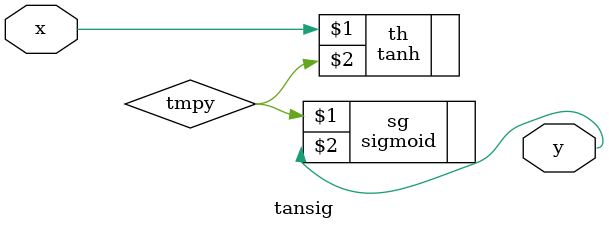
<source format=v>
module tansig( x, y);
    input x;
    output y;

    wire tmpy;
    tanh th(x,tmpy);
    sigmoid sg(tmpy, y);

endmodule

</source>
